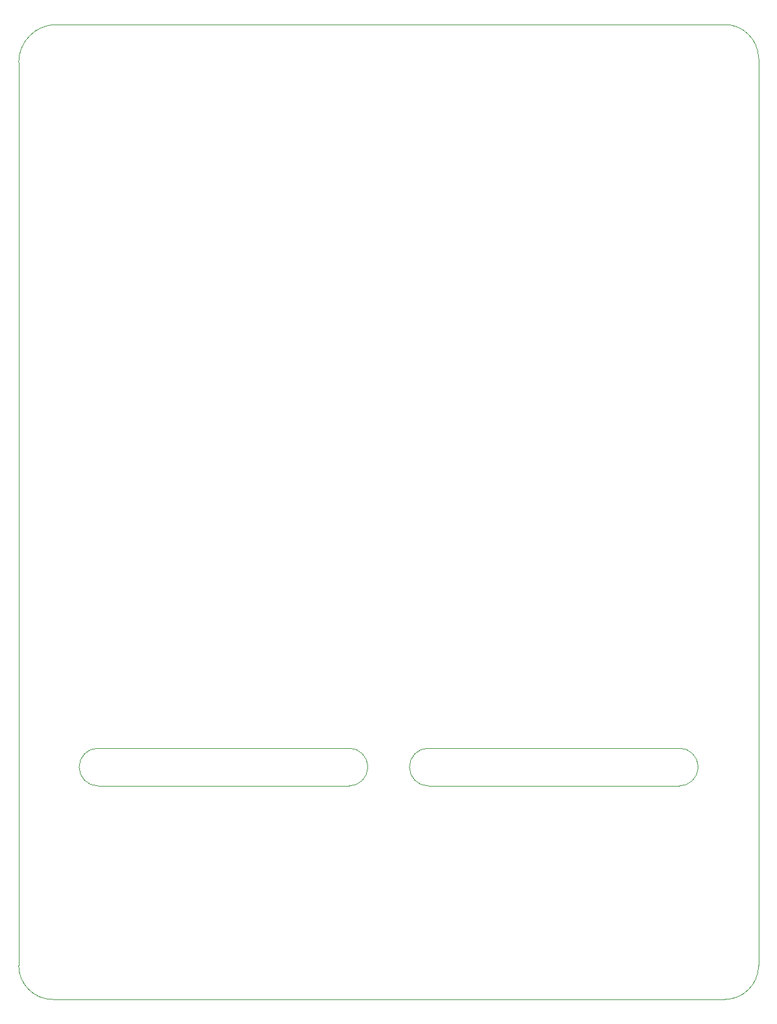
<source format=gbr>
%TF.GenerationSoftware,KiCad,Pcbnew,(5.1.8)-1*%
%TF.CreationDate,2022-01-18T09:11:41-03:30*%
%TF.ProjectId,beverageWarmer1,62657665-7261-4676-9557-61726d657231,rev?*%
%TF.SameCoordinates,Original*%
%TF.FileFunction,Profile,NP*%
%FSLAX46Y46*%
G04 Gerber Fmt 4.6, Leading zero omitted, Abs format (unit mm)*
G04 Created by KiCad (PCBNEW (5.1.8)-1) date 2022-01-18 09:11:41*
%MOMM*%
%LPD*%
G01*
G04 APERTURE LIST*
%TA.AperFunction,Profile*%
%ADD10C,0.050000*%
%TD*%
G04 APERTURE END LIST*
D10*
X180848000Y-125730000D02*
G75*
G02*
X178308000Y-128270000I-2540000J0D01*
G01*
X178308000Y-123190000D02*
G75*
G02*
X180848000Y-125730000I0J-2540000D01*
G01*
X141986000Y-125730000D02*
G75*
G02*
X144526000Y-123190000I2540000J0D01*
G01*
X144526000Y-128270000D02*
G75*
G02*
X141986000Y-125730000I0J2540000D01*
G01*
X136398000Y-125730000D02*
G75*
G02*
X133858000Y-128270000I-2540000J0D01*
G01*
X133858000Y-123190000D02*
G75*
G02*
X136398000Y-125730000I0J-2540000D01*
G01*
X100076000Y-128270000D02*
G75*
G02*
X97536000Y-125730000I0J2540000D01*
G01*
X97536000Y-125730000D02*
G75*
G02*
X100076000Y-123190000I2540000J0D01*
G01*
X144526000Y-123190000D02*
X178308000Y-123190000D01*
X178308000Y-128270000D02*
X144526000Y-128270000D01*
X133858000Y-128270000D02*
X100076000Y-128270000D01*
X100076000Y-123190000D02*
X133858000Y-123190000D01*
X188976000Y-123444000D02*
X188976000Y-128524000D01*
X89408000Y-123444000D02*
X89408000Y-128524000D01*
X188976000Y-30480000D02*
X188976000Y-123444000D01*
X89408000Y-128524000D02*
X89408000Y-152400000D01*
X93980000Y-156972000D02*
G75*
G02*
X89408000Y-152400000I0J4572000D01*
G01*
X89408000Y-30988000D02*
X89408000Y-123444000D01*
X184404000Y-156972000D02*
X93980000Y-156972000D01*
X188976000Y-128524000D02*
X188976000Y-152400000D01*
X94488000Y-25908000D02*
X184404000Y-25908000D01*
X188976000Y-152400000D02*
G75*
G02*
X184404000Y-156972000I-4572000J0D01*
G01*
X184404000Y-25908000D02*
G75*
G02*
X188976000Y-30480000I0J-4572000D01*
G01*
X89408000Y-30988000D02*
G75*
G02*
X94488000Y-25908000I5080000J0D01*
G01*
M02*

</source>
